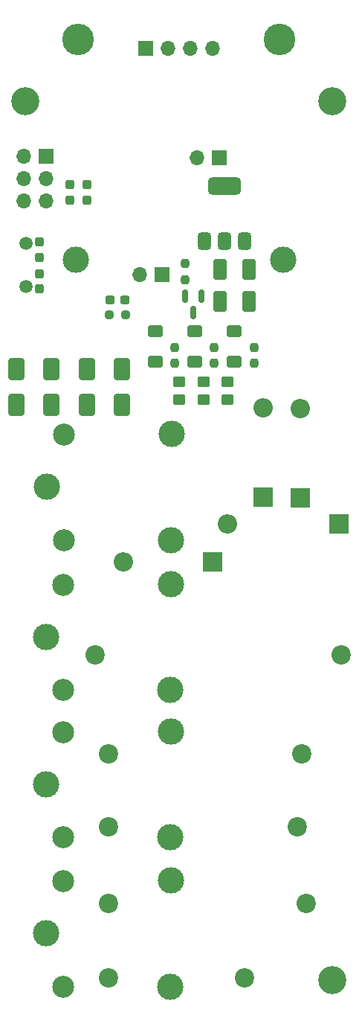
<source format=gbr>
%TF.GenerationSoftware,KiCad,Pcbnew,8.0.8-8.0.8-0~ubuntu24.04.1*%
%TF.CreationDate,2025-03-19T16:12:17+01:00*%
%TF.ProjectId,teaser,74656173-6572-42e6-9b69-6361645f7063,rev?*%
%TF.SameCoordinates,Original*%
%TF.FileFunction,Soldermask,Bot*%
%TF.FilePolarity,Negative*%
%FSLAX46Y46*%
G04 Gerber Fmt 4.6, Leading zero omitted, Abs format (unit mm)*
G04 Created by KiCad (PCBNEW 8.0.8-8.0.8-0~ubuntu24.04.1) date 2025-03-19 16:12:17*
%MOMM*%
%LPD*%
G01*
G04 APERTURE LIST*
G04 Aperture macros list*
%AMRoundRect*
0 Rectangle with rounded corners*
0 $1 Rounding radius*
0 $2 $3 $4 $5 $6 $7 $8 $9 X,Y pos of 4 corners*
0 Add a 4 corners polygon primitive as box body*
4,1,4,$2,$3,$4,$5,$6,$7,$8,$9,$2,$3,0*
0 Add four circle primitives for the rounded corners*
1,1,$1+$1,$2,$3*
1,1,$1+$1,$4,$5*
1,1,$1+$1,$6,$7*
1,1,$1+$1,$8,$9*
0 Add four rect primitives between the rounded corners*
20,1,$1+$1,$2,$3,$4,$5,0*
20,1,$1+$1,$4,$5,$6,$7,0*
20,1,$1+$1,$6,$7,$8,$9,0*
20,1,$1+$1,$8,$9,$2,$3,0*%
G04 Aperture macros list end*
%ADD10R,1.700000X1.700000*%
%ADD11O,1.700000X1.700000*%
%ADD12C,3.600000*%
%ADD13C,3.000000*%
%ADD14C,2.500000*%
%ADD15C,3.200000*%
%ADD16C,1.500000*%
%ADD17R,2.200000X2.200000*%
%ADD18O,2.200000X2.200000*%
%ADD19RoundRect,0.250000X0.450000X-0.350000X0.450000X0.350000X-0.450000X0.350000X-0.450000X-0.350000X0*%
%ADD20RoundRect,0.237500X-0.250000X-0.237500X0.250000X-0.237500X0.250000X0.237500X-0.250000X0.237500X0*%
%ADD21RoundRect,0.150000X-0.150000X0.587500X-0.150000X-0.587500X0.150000X-0.587500X0.150000X0.587500X0*%
%ADD22RoundRect,0.237500X-0.237500X0.300000X-0.237500X-0.300000X0.237500X-0.300000X0.237500X0.300000X0*%
%ADD23RoundRect,0.250000X-0.650000X1.000000X-0.650000X-1.000000X0.650000X-1.000000X0.650000X1.000000X0*%
%ADD24C,2.200000*%
%ADD25RoundRect,0.237500X0.237500X-0.300000X0.237500X0.300000X-0.237500X0.300000X-0.237500X-0.300000X0*%
%ADD26RoundRect,0.250000X0.600000X-0.400000X0.600000X0.400000X-0.600000X0.400000X-0.600000X-0.400000X0*%
%ADD27RoundRect,0.237500X0.237500X-0.250000X0.237500X0.250000X-0.237500X0.250000X-0.237500X-0.250000X0*%
%ADD28RoundRect,0.237500X0.300000X0.237500X-0.300000X0.237500X-0.300000X-0.237500X0.300000X-0.237500X0*%
%ADD29RoundRect,0.250001X-0.499999X-0.924999X0.499999X-0.924999X0.499999X0.924999X-0.499999X0.924999X0*%
%ADD30RoundRect,0.375000X0.375000X-0.625000X0.375000X0.625000X-0.375000X0.625000X-0.375000X-0.625000X0*%
%ADD31RoundRect,0.500000X1.400000X-0.500000X1.400000X0.500000X-1.400000X0.500000X-1.400000X-0.500000X0*%
G04 APERTURE END LIST*
D10*
%TO.C,J4*%
X147140000Y-60900000D03*
D11*
X144600000Y-60900000D03*
%TD*%
D12*
%TO.C,J2*%
X154000000Y-47500000D03*
X131000000Y-47500000D03*
%TD*%
D13*
%TO.C,K1*%
X127450000Y-98350000D03*
D14*
X129400000Y-104400000D03*
D13*
X141600000Y-104400000D03*
X141650000Y-92350000D03*
D14*
X129400000Y-92400000D03*
%TD*%
D13*
%TO.C,K2*%
X127400000Y-132200000D03*
D14*
X129350000Y-138250000D03*
D13*
X141550000Y-138250000D03*
X141600000Y-126200000D03*
D14*
X129350000Y-126250000D03*
%TD*%
D13*
%TO.C,K4*%
X127400000Y-115450000D03*
D14*
X129350000Y-121500000D03*
D13*
X141550000Y-121500000D03*
X141600000Y-109450000D03*
D14*
X129350000Y-109500000D03*
%TD*%
D15*
%TO.C,H2*%
X160000000Y-54500000D03*
%TD*%
D10*
%TO.C,SW1*%
X140550000Y-74200000D03*
D11*
X138010000Y-74200000D03*
%TD*%
D13*
%TO.C,K3*%
X127400000Y-149150000D03*
D14*
X129350000Y-155200000D03*
D13*
X141550000Y-155200000D03*
X141600000Y-143150000D03*
D14*
X129350000Y-143200000D03*
%TD*%
D16*
%TO.C,Y1*%
X125100000Y-75580000D03*
X125100000Y-70700000D03*
%TD*%
D13*
%TO.C,J3*%
X130760000Y-72500000D03*
X154360000Y-72500000D03*
D10*
X138760000Y-48500000D03*
D11*
X141300000Y-48500000D03*
X143840000Y-48500000D03*
X146380000Y-48500000D03*
%TD*%
D17*
%TO.C,D4*%
X152100000Y-99500000D03*
D18*
X152100000Y-89340000D03*
%TD*%
D15*
%TO.C,H3*%
X160000000Y-154500000D03*
%TD*%
%TO.C,H1*%
X125000000Y-54500000D03*
%TD*%
D17*
%TO.C,D5*%
X156300000Y-99580000D03*
D18*
X156300000Y-89420000D03*
%TD*%
D19*
%TO.C,R3*%
X148050000Y-88400000D03*
X148050000Y-86400000D03*
%TD*%
D20*
%TO.C,R7*%
X134600000Y-78800000D03*
X136425000Y-78800000D03*
%TD*%
D21*
%TO.C,Q6*%
X143200000Y-76700000D03*
X145100000Y-76700000D03*
X144150000Y-78575000D03*
%TD*%
D22*
%TO.C,C14*%
X126600000Y-74130000D03*
X126600000Y-75855000D03*
%TD*%
D23*
%TO.C,D3*%
X132000000Y-85000000D03*
X132000000Y-89000000D03*
%TD*%
D10*
%TO.C,J1*%
X127340000Y-60760000D03*
D11*
X124800000Y-60760000D03*
X127340000Y-63300000D03*
X124800000Y-63300000D03*
X127340000Y-65840000D03*
X124800000Y-65840000D03*
%TD*%
D24*
%TO.C,C10*%
X150000000Y-154250000D03*
X134500000Y-154250000D03*
%TD*%
D23*
%TO.C,D8*%
X124000000Y-85000000D03*
X124000000Y-89000000D03*
%TD*%
D17*
%TO.C,D2*%
X160700000Y-102600000D03*
D18*
X148000000Y-102600000D03*
%TD*%
D24*
%TO.C,C11*%
X157000000Y-145750000D03*
X134500000Y-145750000D03*
%TD*%
D23*
%TO.C,D1*%
X136000000Y-85000000D03*
X136000000Y-89000000D03*
%TD*%
D19*
%TO.C,R5*%
X145300000Y-88400000D03*
X145300000Y-86400000D03*
%TD*%
D22*
%TO.C,C3*%
X132000000Y-64000000D03*
X132000000Y-65725000D03*
%TD*%
D24*
%TO.C,C7*%
X156000000Y-137000000D03*
X134500000Y-137000000D03*
%TD*%
D25*
%TO.C,C13*%
X126600000Y-72230000D03*
X126600000Y-70505000D03*
%TD*%
D24*
%TO.C,C12*%
X161000000Y-117500000D03*
X133000000Y-117500000D03*
%TD*%
D22*
%TO.C,C6*%
X130100000Y-64000000D03*
X130100000Y-65725000D03*
%TD*%
D23*
%TO.C,D6*%
X128000000Y-85000000D03*
X128000000Y-89000000D03*
%TD*%
D26*
%TO.C,D9*%
X139800000Y-84150000D03*
X139800000Y-80650000D03*
%TD*%
D27*
%TO.C,R4*%
X142050000Y-84312500D03*
X142050000Y-82487500D03*
%TD*%
D28*
%TO.C,C9*%
X136375000Y-77100000D03*
X134650000Y-77100000D03*
%TD*%
D19*
%TO.C,R1*%
X142550000Y-88400000D03*
X142550000Y-86400000D03*
%TD*%
D29*
%TO.C,C1*%
X147200000Y-77300000D03*
X150450000Y-77300000D03*
%TD*%
D26*
%TO.C,D10*%
X148800000Y-84150000D03*
X148800000Y-80650000D03*
%TD*%
D24*
%TO.C,C8*%
X156500000Y-128750000D03*
X134500000Y-128750000D03*
%TD*%
D26*
%TO.C,D11*%
X144300000Y-84150000D03*
X144300000Y-80650000D03*
%TD*%
D27*
%TO.C,R2*%
X151050000Y-84312500D03*
X151050000Y-82487500D03*
%TD*%
D30*
%TO.C,U2*%
X150010000Y-70437500D03*
X147710000Y-70437500D03*
D31*
X147710000Y-64137500D03*
D30*
X145410000Y-70437500D03*
%TD*%
D27*
%TO.C,R13*%
X143200000Y-74800000D03*
X143200000Y-72975000D03*
%TD*%
D17*
%TO.C,D7*%
X146300000Y-106900000D03*
D18*
X136140000Y-106900000D03*
%TD*%
D29*
%TO.C,C2*%
X147200000Y-73600000D03*
X150450000Y-73600000D03*
%TD*%
D27*
%TO.C,R6*%
X146550000Y-84312500D03*
X146550000Y-82487500D03*
%TD*%
M02*

</source>
